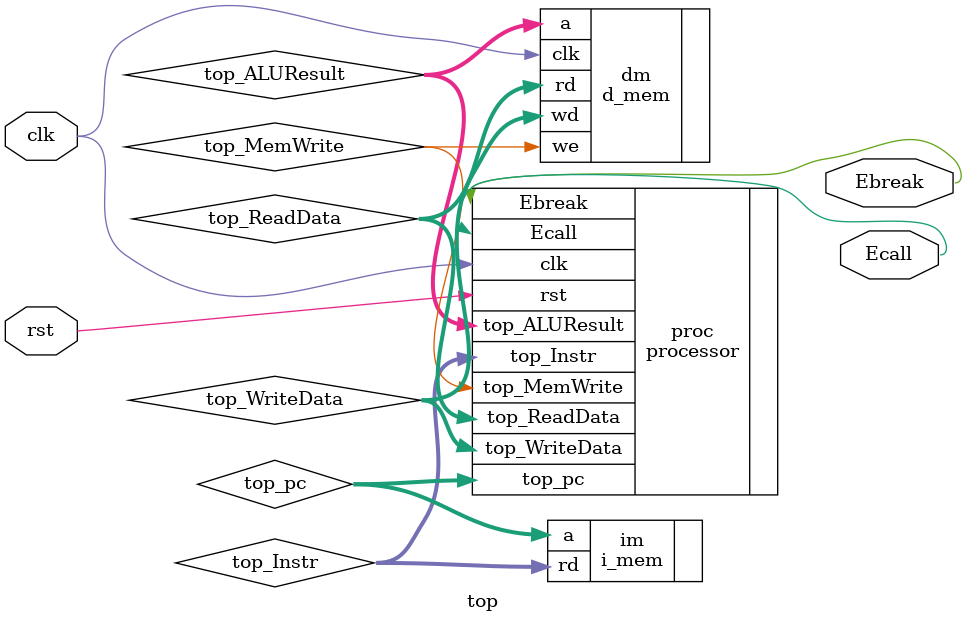
<source format=sv>
`timescale 1ns/1ps

module top
(
    // System
    input   logic           clk, rst,
    output  logic           Ecall, Ebreak
);

// Processor - Instruction Memory
logic   [31:0]  top_pc, top_Instr;

// Processor - Data Memory
logic   [31:0]  top_ReadData, top_WriteData, top_ALUResult;
logic           top_MemWrite;

// assign o_ReadDataM = top_ReadData;
// assign o_WriteDataM = top_WriteData;
// assign o_ALUResultM = top_ALUResult;
// assign o_MemWriteM = top_MemWrite;

processor proc
(
    .clk            (clk),
    .rst            (rst),
    .Ecall          (Ecall),
    .Ebreak         (Ebreak),

    .top_Instr      (top_Instr),
    .top_pc         (top_pc),

    .top_ReadData   (top_ReadData),
    .top_MemWrite   (top_MemWrite),
    .top_ALUResult  (top_ALUResult),
    .top_WriteData  (top_WriteData)    
);

d_mem dm
(
    .clk           (clk),
    .we            (top_MemWrite),
    .a             (top_ALUResult),
    .wd            (top_WriteData),
    .rd            (top_ReadData)
);

i_mem im
(
    .a              (top_pc),
    .rd             (top_Instr)
);

endmodule:top



</source>
